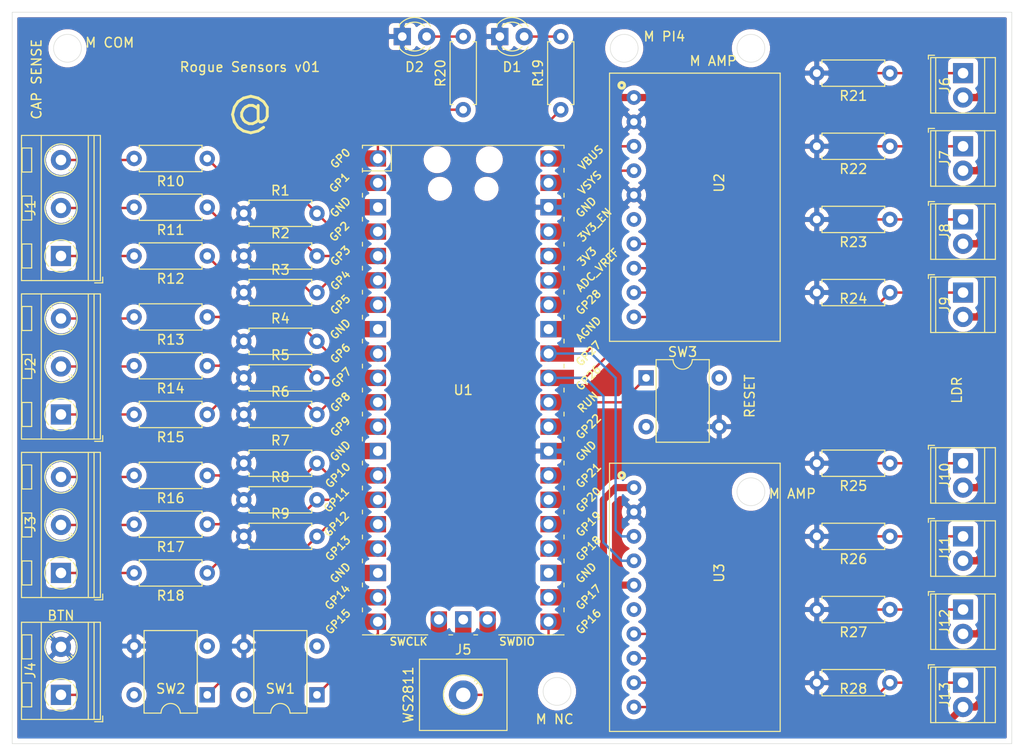
<source format=kicad_pcb>
(kicad_pcb (version 20171130) (host pcbnew 5.1.9+dfsg1-1)
  (title_block (title "Rogue Sensors") (date 2022-01-28) (rev v01) (comment 2 https://creativecommons.org/licenses/by-nc-sa/4.0/) (comment 3 "License: CC BY-NC-SA 4.0") (comment 4 "Author: Hanns Holger Rutz"))
  (layers (0 F.Cu signal) (31 B.Cu signal) (34 B.Paste user) (35 F.Paste user) (36 B.SilkS user) (37 F.SilkS user) (38 B.Mask user) (39 F.Mask user) (44 Edge.Cuts user))
  (net 0 "")
  (net 1 GND)
  (net 2 "Net-(D1-Pad2)")
  (net 3 "Net-(D2-Pad2)")
  (net 4 "Net-(J1-Pad3)")
  (net 5 "Net-(J1-Pad2)")
  (net 6 "Net-(J1-Pad1)")
  (net 7 "Net-(J2-Pad1)")
  (net 8 "Net-(J2-Pad2)")
  (net 9 "Net-(J2-Pad3)")
  (net 10 "Net-(J3-Pad1)")
  (net 11 "Net-(J3-Pad2)")
  (net 12 "Net-(J3-Pad3)")
  (net 13 "Net-(J4-Pad1)")
  (net 14 "Net-(J5-Pad1)")
  (net 15 "Net-(J6-Pad1)")
  (net 16 VCC)
  (net 17 "Net-(J7-Pad1)")
  (net 18 "Net-(J8-Pad1)")
  (net 19 "Net-(J9-Pad1)")
  (net 20 "Net-(J10-Pad1)")
  (net 21 "Net-(J11-Pad1)")
  (net 22 "Net-(J12-Pad1)")
  (net 23 "Net-(J13-Pad1)")
  (net 24 "Net-(R1-Pad2)")
  (net 25 "Net-(R11-Pad1)")
  (net 26 "Net-(R12-Pad1)")
  (net 27 "Net-(R13-Pad1)")
  (net 28 "Net-(R14-Pad1)")
  (net 29 "Net-(R15-Pad1)")
  (net 30 "Net-(R16-Pad1)")
  (net 31 "Net-(R17-Pad1)")
  (net 32 "Net-(R18-Pad1)")
  (net 33 "Net-(R19-Pad1)")
  (net 34 "Net-(R20-Pad1)")
  (net 35 "Net-(SW1-Pad4)")
  (net 36 "Net-(SW1-Pad2)")
  (net 37 "Net-(SW1-Pad1)")
  (net 38 "Net-(SW2-Pad1)")
  (net 39 "Net-(SW2-Pad2)")
  (net 40 "Net-(SW2-Pad4)")
  (net 41 "Net-(SW3-Pad4)")
  (net 42 "Net-(SW3-Pad2)")
  (net 43 "Net-(SW3-Pad1)")
  (net 44 "Net-(U1-Pad3)")
  (net 45 "Net-(U1-Pad7)")
  (net 46 "Net-(U1-Pad8)")
  (net 47 "Net-(U1-Pad12)")
  (net 48 "Net-(U1-Pad13)")
  (net 49 "Net-(U1-Pad18)")
  (net 50 "Net-(U1-Pad22)")
  (net 51 "Net-(U1-Pad23)")
  (net 52 "Net-(U1-Pad24)")
  (net 53 "Net-(U1-Pad25)")
  (net 54 "Net-(U1-Pad26)")
  (net 55 "Net-(U1-Pad27)")
  (net 56 "Net-(U1-Pad29)")
  (net 57 "Net-(U1-Pad31)")
  (net 58 "Net-(U1-Pad32)")
  (net 59 "Net-(U1-Pad33)")
  (net 60 "Net-(U1-Pad34)")
  (net 61 "Net-(U1-Pad35)")
  (net 62 "Net-(U1-Pad37)")
  (net 63 "Net-(U1-Pad39)")
  (net 64 "Net-(U1-Pad40)")
  (net 65 "Net-(U1-Pad41)")
  (net 66 "Net-(U1-Pad42)")
  (net 67 "Net-(U1-Pad43)")
  (net 68 "Net-(U2-Pad6)")
  (net 69 "Net-(U3-Pad6)")
  (module Resistor_THT:R_Axial_DIN0207_L6.3mm_D2.5mm_P7.62mm_Horizontal (layer F.Cu) (at 106.68 69.85 180)
    (fp_text reference R26 (at 3.81 -2.37) (layer F.SilkS))
    (fp_text value 22k)
    (pad 1 thru_hole circle (at 0 0 180) (size 1.6 1.6) (drill 0.8) (layers *.Cu *.Mask) (net 21 "Net-(J11-Pad1)"))
    (pad 2 thru_hole oval (at 7.62 0 180) (size 1.6 1.6) (drill 0.8) (layers *.Cu *.Mask) (net 1 GND))
  )
  (module MCU_RaspberryPi_and_Boards:RPi_Pico_SMD_TH (layer F.Cu) (at 62.23 54.61)
    (fp_text reference U1 (at 0 0) (layer F.SilkS))
    (fp_text value Pico)
    (fp_text user GP1 (at -12.9 -21.6 45) (layer F.SilkS) (effects (font (size 0.8 0.8))))
    (fp_text user GP2 (at -12.9 -16.51 45) (layer F.SilkS) (effects (font (size 0.8 0.8))))
    (fp_text user GP0 (at -12.8 -24.13 45) (layer F.SilkS) (effects (font (size 0.8 0.8))))
    (fp_text user GP3 (at -12.8 -13.97 45) (layer F.SilkS) (effects (font (size 0.8 0.8))))
    (fp_text user GP4 (at -12.8 -11.43 45) (layer F.SilkS) (effects (font (size 0.8 0.8))))
    (fp_text user GP5 (at -12.8 -8.89 45) (layer F.SilkS) (effects (font (size 0.8 0.8))))
    (fp_text user GP6 (at -12.8 -3.81 45) (layer F.SilkS) (effects (font (size 0.8 0.8))))
    (fp_text user GP7 (at -12.7 -1.3 45) (layer F.SilkS) (effects (font (size 0.8 0.8))))
    (fp_text user GP8 (at -12.8 1.27 45) (layer F.SilkS) (effects (font (size 0.8 0.8))))
    (fp_text user GP9 (at -12.8 3.81 45) (layer F.SilkS) (effects (font (size 0.8 0.8))))
    (fp_text user GP10 (at -13.054 8.89 45) (layer F.SilkS) (effects (font (size 0.8 0.8))))
    (fp_text user GP11 (at -13.2 11.43 45) (layer F.SilkS) (effects (font (size 0.8 0.8))))
    (fp_text user GP12 (at -13.2 13.97 45) (layer F.SilkS) (effects (font (size 0.8 0.8))))
    (fp_text user GP13 (at -13.054 16.51 45) (layer F.SilkS) (effects (font (size 0.8 0.8))))
    (fp_text user GP14 (at -13.1 21.59 45) (layer F.SilkS) (effects (font (size 0.8 0.8))))
    (fp_text user GP15 (at -13.054 24.13 45) (layer F.SilkS) (effects (font (size 0.8 0.8))))
    (fp_text user GP16 (at 13.054 24.13 45) (layer F.SilkS) (effects (font (size 0.8 0.8))))
    (fp_text user GP17 (at 13.054 21.59 45) (layer F.SilkS) (effects (font (size 0.8 0.8))))
    (fp_text user GP18 (at 13.054 16.51 45) (layer F.SilkS) (effects (font (size 0.8 0.8))))
    (fp_text user GP19 (at 13.054 13.97 45) (layer F.SilkS) (effects (font (size 0.8 0.8))))
    (fp_text user GP20 (at 13.054 11.43 45) (layer F.SilkS) (effects (font (size 0.8 0.8))))
    (fp_text user GP21 (at 13.054 8.9 45) (layer F.SilkS) (effects (font (size 0.8 0.8))))
    (fp_text user GP22 (at 13.054 3.81 45) (layer F.SilkS) (effects (font (size 0.8 0.8))))
    (fp_text user RUN (at 13 1.27 45) (layer F.SilkS) (effects (font (size 0.8 0.8))))
    (fp_text user GP26 (at 13.054 -1.27 45) (layer F.SilkS) (effects (font (size 0.8 0.8))))
    (fp_text user GP27 (at 13.054 -3.8 45) (layer F.SilkS) (effects (font (size 0.8 0.8))))
    (fp_text user GP28 (at 13.054 -9.144 45) (layer F.SilkS) (effects (font (size 0.8 0.8))))
    (fp_text user ADC_VREF (at 14 -12.5 45) (layer F.SilkS) (effects (font (size 0.8 0.8))))
    (fp_text user 3V3 (at 12.9 -13.9 45) (layer F.SilkS) (effects (font (size 0.8 0.8))))
    (fp_text user 3V3_EN (at 13.7 -17.2 45) (layer F.SilkS) (effects (font (size 0.8 0.8))))
    (fp_text user VSYS (at 13.2 -21.59 45) (layer F.SilkS) (effects (font (size 0.8 0.8))))
    (fp_text user VBUS (at 13.3 -24.2 45) (layer F.SilkS) (effects (font (size 0.8 0.8))))
    (fp_text user GND (at -12.8 -19.05 45) (layer F.SilkS) (effects (font (size 0.8 0.8))))
    (fp_text user GND (at -12.8 -6.35 45) (layer F.SilkS) (effects (font (size 0.8 0.8))))
    (fp_text user GND (at -12.8 6.35 45) (layer F.SilkS) (effects (font (size 0.8 0.8))))
    (fp_text user GND (at -12.8 19.05 45) (layer F.SilkS) (effects (font (size 0.8 0.8))))
    (fp_text user GND (at 12.8 19.05 45) (layer F.SilkS) (effects (font (size 0.8 0.8))))
    (fp_text user GND (at 12.8 6.35 45) (layer F.SilkS) (effects (font (size 0.8 0.8))))
    (fp_text user GND (at 12.8 -19.05 45) (layer F.SilkS) (effects (font (size 0.8 0.8))))
    (fp_text user AGND (at 13.054 -6.35 45) (layer F.SilkS) (effects (font (size 0.8 0.8))))
    (fp_text user SWCLK (at -5.7 26.2) (layer F.SilkS) (effects (font (size 0.8 0.8))))
    (fp_text user SWDIO (at 5.6 26.2) (layer F.SilkS) (effects (font (size 0.8 0.8))))
    (pad 1 thru_hole oval (at -8.89 -24.13) (size 1.7 1.7) (drill 1.02) (layers *.Cu *.Mask) (net 33 "Net-(R19-Pad1)"))
    (pad 2 thru_hole oval (at -8.89 -21.59) (size 1.7 1.7) (drill 1.02) (layers *.Cu *.Mask) (net 34 "Net-(R20-Pad1)"))
    (pad 3 thru_hole rect (at -8.89 -19.05) (size 1.7 1.7) (drill 1.02) (layers *.Cu *.Mask) (net 44 "Net-(U1-Pad3)"))
    (pad 4 thru_hole oval (at -8.89 -16.51) (size 1.7 1.7) (drill 1.02) (layers *.Cu *.Mask) (net 24 "Net-(R1-Pad2)"))
    (pad 5 thru_hole oval (at -8.89 -13.97) (size 1.7 1.7) (drill 1.02) (layers *.Cu *.Mask) (net 25 "Net-(R11-Pad1)"))
    (pad 6 thru_hole oval (at -8.89 -11.43) (size 1.7 1.7) (drill 1.02) (layers *.Cu *.Mask) (net 26 "Net-(R12-Pad1)"))
    (pad 7 thru_hole oval (at -8.89 -8.89) (size 1.7 1.7) (drill 1.02) (layers *.Cu *.Mask) (net 45 "Net-(U1-Pad7)"))
    (pad 8 thru_hole rect (at -8.89 -6.35) (size 1.7 1.7) (drill 1.02) (layers *.Cu *.Mask) (net 46 "Net-(U1-Pad8)"))
    (pad 9 thru_hole oval (at -8.89 -3.81) (size 1.7 1.7) (drill 1.02) (layers *.Cu *.Mask) (net 27 "Net-(R13-Pad1)"))
    (pad 10 thru_hole oval (at -8.89 -1.27) (size 1.7 1.7) (drill 1.02) (layers *.Cu *.Mask) (net 28 "Net-(R14-Pad1)"))
    (pad 11 thru_hole oval (at -8.89 1.27) (size 1.7 1.7) (drill 1.02) (layers *.Cu *.Mask) (net 29 "Net-(R15-Pad1)"))
    (pad 12 thru_hole oval (at -8.89 3.81) (size 1.7 1.7) (drill 1.02) (layers *.Cu *.Mask) (net 47 "Net-(U1-Pad12)"))
    (pad 13 thru_hole rect (at -8.89 6.35) (size 1.7 1.7) (drill 1.02) (layers *.Cu *.Mask) (net 48 "Net-(U1-Pad13)"))
    (pad 14 thru_hole oval (at -8.89 8.89) (size 1.7 1.7) (drill 1.02) (layers *.Cu *.Mask) (net 30 "Net-(R16-Pad1)"))
    (pad 15 thru_hole oval (at -8.89 11.43) (size 1.7 1.7) (drill 1.02) (layers *.Cu *.Mask) (net 31 "Net-(R17-Pad1)"))
    (pad 16 thru_hole oval (at -8.89 13.97) (size 1.7 1.7) (drill 1.02) (layers *.Cu *.Mask) (net 32 "Net-(R18-Pad1)"))
    (pad 17 thru_hole oval (at -8.89 16.51) (size 1.7 1.7) (drill 1.02) (layers *.Cu *.Mask) (net 13 "Net-(J4-Pad1)"))
    (pad 18 thru_hole rect (at -8.89 19.05) (size 1.7 1.7) (drill 1.02) (layers *.Cu *.Mask) (net 49 "Net-(U1-Pad18)"))
    (pad 19 thru_hole oval (at -8.89 21.59) (size 1.7 1.7) (drill 1.02) (layers *.Cu *.Mask) (net 38 "Net-(SW2-Pad1)"))
    (pad 20 thru_hole oval (at -8.89 24.13) (size 1.7 1.7) (drill 1.02) (layers *.Cu *.Mask) (net 37 "Net-(SW1-Pad1)"))
    (pad 21 thru_hole oval (at 8.89 24.13) (size 1.7 1.7) (drill 1.02) (layers *.Cu *.Mask) (net 14 "Net-(J5-Pad1)"))
    (pad 22 thru_hole oval (at 8.89 21.59) (size 1.7 1.7) (drill 1.02) (layers *.Cu *.Mask) (net 50 "Net-(U1-Pad22)"))
    (pad 23 thru_hole rect (at 8.89 19.05) (size 1.7 1.7) (drill 1.02) (layers *.Cu *.Mask) (net 51 "Net-(U1-Pad23)"))
    (pad 24 thru_hole oval (at 8.89 16.51) (size 1.7 1.7) (drill 1.02) (layers *.Cu *.Mask) (net 52 "Net-(U1-Pad24)"))
    (pad 25 thru_hole oval (at 8.89 13.97) (size 1.7 1.7) (drill 1.02) (layers *.Cu *.Mask) (net 53 "Net-(U1-Pad25)"))
    (pad 26 thru_hole oval (at 8.89 11.43) (size 1.7 1.7) (drill 1.02) (layers *.Cu *.Mask) (net 54 "Net-(U1-Pad26)"))
    (pad 27 thru_hole oval (at 8.89 8.89) (size 1.7 1.7) (drill 1.02) (layers *.Cu *.Mask) (net 55 "Net-(U1-Pad27)"))
    (pad 28 thru_hole rect (at 8.89 6.35) (size 1.7 1.7) (drill 1.02) (layers *.Cu *.Mask) (net 1 GND))
    (pad 29 thru_hole oval (at 8.89 3.81) (size 1.7 1.7) (drill 1.02) (layers *.Cu *.Mask) (net 56 "Net-(U1-Pad29)"))
    (pad 30 thru_hole oval (at 8.89 1.27) (size 1.7 1.7) (drill 1.02) (layers *.Cu *.Mask) (net 43 "Net-(SW3-Pad1)"))
    (pad 31 thru_hole oval (at 8.89 -1.27) (size 1.7 1.7) (drill 1.02) (layers *.Cu *.Mask) (net 57 "Net-(U1-Pad31)"))
    (pad 32 thru_hole oval (at 8.89 -3.81) (size 1.7 1.7) (drill 1.02) (layers *.Cu *.Mask) (net 58 "Net-(U1-Pad32)"))
    (pad 33 thru_hole rect (at 8.89 -6.35) (size 1.7 1.7) (drill 1.02) (layers *.Cu *.Mask) (net 59 "Net-(U1-Pad33)"))
    (pad 34 thru_hole oval (at 8.89 -8.89) (size 1.7 1.7) (drill 1.02) (layers *.Cu *.Mask) (net 60 "Net-(U1-Pad34)"))
    (pad 35 thru_hole oval (at 8.89 -11.43) (size 1.7 1.7) (drill 1.02) (layers *.Cu *.Mask) (net 61 "Net-(U1-Pad35)"))
    (pad 36 thru_hole oval (at 8.89 -13.97) (size 1.7 1.7) (drill 1.02) (layers *.Cu *.Mask) (net 16 VCC))
    (pad 37 thru_hole oval (at 8.89 -16.51) (size 1.7 1.7) (drill 1.02) (layers *.Cu *.Mask) (net 62 "Net-(U1-Pad37)"))
    (pad 38 thru_hole rect (at 8.89 -19.05) (size 1.7 1.7) (drill 1.02) (layers *.Cu *.Mask) (net 1 GND))
    (pad 39 thru_hole oval (at 8.89 -21.59) (size 1.7 1.7) (drill 1.02) (layers *.Cu *.Mask) (net 63 "Net-(U1-Pad39)"))
    (pad 40 thru_hole oval (at 8.89 -24.13) (size 1.7 1.7) (drill 1.02) (layers *.Cu *.Mask) (net 64 "Net-(U1-Pad40)"))
    (pad 1 smd rect (at -8.89 -24.13) (size 3.5 1.7) (drill (offset -0.9 0)) (layers F.Cu F.Mask) (net 33 "Net-(R19-Pad1)"))
    (pad 2 smd rect (at -8.89 -21.59) (size 3.5 1.7) (drill (offset -0.9 0)) (layers F.Cu F.Mask) (net 34 "Net-(R20-Pad1)"))
    (pad 3 smd rect (at -8.89 -19.05) (size 3.5 1.7) (drill (offset -0.9 0)) (layers F.Cu F.Mask) (net 44 "Net-(U1-Pad3)"))
    (pad 4 smd rect (at -8.89 -16.51) (size 3.5 1.7) (drill (offset -0.9 0)) (layers F.Cu F.Mask) (net 24 "Net-(R1-Pad2)"))
    (pad 5 smd rect (at -8.89 -13.97) (size 3.5 1.7) (drill (offset -0.9 0)) (layers F.Cu F.Mask) (net 25 "Net-(R11-Pad1)"))
    (pad 6 smd rect (at -8.89 -11.43) (size 3.5 1.7) (drill (offset -0.9 0)) (layers F.Cu F.Mask) (net 26 "Net-(R12-Pad1)"))
    (pad 7 smd rect (at -8.89 -8.89) (size 3.5 1.7) (drill (offset -0.9 0)) (layers F.Cu F.Mask) (net 45 "Net-(U1-Pad7)"))
    (pad 8 smd rect (at -8.89 -6.35) (size 3.5 1.7) (drill (offset -0.9 0)) (layers F.Cu F.Mask) (net 46 "Net-(U1-Pad8)"))
    (pad 9 smd rect (at -8.89 -3.81) (size 3.5 1.7) (drill (offset -0.9 0)) (layers F.Cu F.Mask) (net 27 "Net-(R13-Pad1)"))
    (pad 10 smd rect (at -8.89 -1.27) (size 3.5 1.7) (drill (offset -0.9 0)) (layers F.Cu F.Mask) (net 28 "Net-(R14-Pad1)"))
    (pad 11 smd rect (at -8.89 1.27) (size 3.5 1.7) (drill (offset -0.9 0)) (layers F.Cu F.Mask) (net 29 "Net-(R15-Pad1)"))
    (pad 12 smd rect (at -8.89 3.81) (size 3.5 1.7) (drill (offset -0.9 0)) (layers F.Cu F.Mask) (net 47 "Net-(U1-Pad12)"))
    (pad 13 smd rect (at -8.89 6.35) (size 3.5 1.7) (drill (offset -0.9 0)) (layers F.Cu F.Mask) (net 48 "Net-(U1-Pad13)"))
    (pad 14 smd rect (at -8.89 8.89) (size 3.5 1.7) (drill (offset -0.9 0)) (layers F.Cu F.Mask) (net 30 "Net-(R16-Pad1)"))
    (pad 15 smd rect (at -8.89 11.43) (size 3.5 1.7) (drill (offset -0.9 0)) (layers F.Cu F.Mask) (net 31 "Net-(R17-Pad1)"))
    (pad 16 smd rect (at -8.89 13.97) (size 3.5 1.7) (drill (offset -0.9 0)) (layers F.Cu F.Mask) (net 32 "Net-(R18-Pad1)"))
    (pad 17 smd rect (at -8.89 16.51) (size 3.5 1.7) (drill (offset -0.9 0)) (layers F.Cu F.Mask) (net 13 "Net-(J4-Pad1)"))
    (pad 18 smd rect (at -8.89 19.05) (size 3.5 1.7) (drill (offset -0.9 0)) (layers F.Cu F.Mask) (net 49 "Net-(U1-Pad18)"))
    (pad 19 smd rect (at -8.89 21.59) (size 3.5 1.7) (drill (offset -0.9 0)) (layers F.Cu F.Mask) (net 38 "Net-(SW2-Pad1)"))
    (pad 20 smd rect (at -8.89 24.13) (size 3.5 1.7) (drill (offset -0.9 0)) (layers F.Cu F.Mask) (net 37 "Net-(SW1-Pad1)"))
    (pad 40 smd rect (at 8.89 -24.13) (size 3.5 1.7) (drill (offset 0.9 0)) (layers F.Cu F.Mask) (net 64 "Net-(U1-Pad40)"))
    (pad 39 smd rect (at 8.89 -21.59) (size 3.5 1.7) (drill (offset 0.9 0)) (layers F.Cu F.Mask) (net 63 "Net-(U1-Pad39)"))
    (pad 38 smd rect (at 8.89 -19.05) (size 3.5 1.7) (drill (offset 0.9 0)) (layers F.Cu F.Mask) (net 1 GND))
    (pad 37 smd rect (at 8.89 -16.51) (size 3.5 1.7) (drill (offset 0.9 0)) (layers F.Cu F.Mask) (net 62 "Net-(U1-Pad37)"))
    (pad 36 smd rect (at 8.89 -13.97) (size 3.5 1.7) (drill (offset 0.9 0)) (layers F.Cu F.Mask) (net 16 VCC))
    (pad 35 smd rect (at 8.89 -11.43) (size 3.5 1.7) (drill (offset 0.9 0)) (layers F.Cu F.Mask) (net 61 "Net-(U1-Pad35)"))
    (pad 34 smd rect (at 8.89 -8.89) (size 3.5 1.7) (drill (offset 0.9 0)) (layers F.Cu F.Mask) (net 60 "Net-(U1-Pad34)"))
    (pad 33 smd rect (at 8.89 -6.35) (size 3.5 1.7) (drill (offset 0.9 0)) (layers F.Cu F.Mask) (net 59 "Net-(U1-Pad33)"))
    (pad 32 smd rect (at 8.89 -3.81) (size 3.5 1.7) (drill (offset 0.9 0)) (layers F.Cu F.Mask) (net 58 "Net-(U1-Pad32)"))
    (pad 31 smd rect (at 8.89 -1.27) (size 3.5 1.7) (drill (offset 0.9 0)) (layers F.Cu F.Mask) (net 57 "Net-(U1-Pad31)"))
    (pad 30 smd rect (at 8.89 1.27) (size 3.5 1.7) (drill (offset 0.9 0)) (layers F.Cu F.Mask) (net 43 "Net-(SW3-Pad1)"))
    (pad 29 smd rect (at 8.89 3.81) (size 3.5 1.7) (drill (offset 0.9 0)) (layers F.Cu F.Mask) (net 56 "Net-(U1-Pad29)"))
    (pad 28 smd rect (at 8.89 6.35) (size 3.5 1.7) (drill (offset 0.9 0)) (layers F.Cu F.Mask) (net 1 GND))
    (pad 27 smd rect (at 8.89 8.89) (size 3.5 1.7) (drill (offset 0.9 0)) (layers F.Cu F.Mask) (net 55 "Net-(U1-Pad27)"))
    (pad 26 smd rect (at 8.89 11.43) (size 3.5 1.7) (drill (offset 0.9 0)) (layers F.Cu F.Mask) (net 54 "Net-(U1-Pad26)"))
    (pad 25 smd rect (at 8.89 13.97) (size 3.5 1.7) (drill (offset 0.9 0)) (layers F.Cu F.Mask) (net 53 "Net-(U1-Pad25)"))
    (pad 24 smd rect (at 8.89 16.51) (size 3.5 1.7) (drill (offset 0.9 0)) (layers F.Cu F.Mask) (net 52 "Net-(U1-Pad24)"))
    (pad 23 smd rect (at 8.89 19.05) (size 3.5 1.7) (drill (offset 0.9 0)) (layers F.Cu F.Mask) (net 51 "Net-(U1-Pad23)"))
    (pad 22 smd rect (at 8.89 21.59) (size 3.5 1.7) (drill (offset 0.9 0)) (layers F.Cu F.Mask) (net 50 "Net-(U1-Pad22)"))
    (pad 21 smd rect (at 8.89 24.13) (size 3.5 1.7) (drill (offset 0.9 0)) (layers F.Cu F.Mask) (net 14 "Net-(J5-Pad1)"))
    (pad "" np_thru_hole oval (at -2.725 -24) (size 1.8 1.8) (drill 1.8) (layers *.Cu *.Mask))
    (pad "" np_thru_hole oval (at 2.725 -24) (size 1.8 1.8) (drill 1.8) (layers *.Cu *.Mask))
    (pad "" np_thru_hole oval (at -2.425 -20.97) (size 1.5 1.5) (drill 1.5) (layers *.Cu *.Mask))
    (pad "" np_thru_hole oval (at 2.425 -20.97) (size 1.5 1.5) (drill 1.5) (layers *.Cu *.Mask))
    (pad 41 smd rect (at -2.54 23.9 90) (size 3.5 1.7) (drill (offset -0.9 0)) (layers F.Cu F.Mask) (net 65 "Net-(U1-Pad41)"))
    (pad 41 thru_hole oval (at -2.54 23.9) (size 1.7 1.7) (drill 1.02) (layers *.Cu *.Mask) (net 65 "Net-(U1-Pad41)"))
    (pad 42 smd rect (at 0 23.9 90) (size 3.5 1.7) (drill (offset -0.9 0)) (layers F.Cu F.Mask) (net 66 "Net-(U1-Pad42)"))
    (pad 42 thru_hole rect (at 0 23.9) (size 1.7 1.7) (drill 1.02) (layers *.Cu *.Mask) (net 66 "Net-(U1-Pad42)"))
    (pad 43 smd rect (at 2.54 23.9 90) (size 3.5 1.7) (drill (offset -0.9 0)) (layers F.Cu F.Mask) (net 67 "Net-(U1-Pad43)"))
    (pad 43 thru_hole oval (at 2.54 23.9) (size 1.7 1.7) (drill 1.02) (layers *.Cu *.Mask) (net 67 "Net-(U1-Pad43)"))
  )
  (module TerminalBlock_MetzConnect:TerminalBlock_MetzConnect_360271_1x01_Horizontal_ScrewM3.0_Boxed (layer F.Cu) (at 62.23 86.36)
    (fp_text reference J5 (at 0 -4.71) (layer F.SilkS))
    (fp_text value Screw_Term_x01_WS2811)
    (pad 1 thru_hole circle (at 0 0) (size 3 3) (drill 1.5) (layers *.Cu *.Mask) (net 14 "Net-(J5-Pad1)"))
  )
  (module LED_THT:LED_D3.0mm (layer F.Cu) (at 66.04 17.78)
    (fp_text reference D1 (at 1.27 3.175) (layer F.SilkS))
    (fp_text value YEL)
    (pad 1 thru_hole rect (at 0 0) (size 1.8 1.8) (drill 0.9) (layers *.Cu *.Mask) (net 1 GND))
    (pad 2 thru_hole circle (at 2.54 0) (size 1.8 1.8) (drill 0.9) (layers *.Cu *.Mask) (net 2 "Net-(D1-Pad2)"))
  )
  (module LED_THT:LED_D3.0mm (layer F.Cu) (at 55.88 17.78)
    (fp_text reference D2 (at 1.27 3.175) (layer F.SilkS))
    (fp_text value RED)
    (pad 2 thru_hole circle (at 2.54 0) (size 1.8 1.8) (drill 0.9) (layers *.Cu *.Mask) (net 3 "Net-(D2-Pad2)"))
    (pad 1 thru_hole rect (at 0 0) (size 1.8 1.8) (drill 0.9) (layers *.Cu *.Mask) (net 1 GND))
  )
  (module TerminalBlock_RND:TerminalBlock_RND_205-00046_1x03_P5.00mm_Horizontal (layer F.Cu) (at 20.32 40.64 90)
    (fp_text reference J1 (at 5 -3.175 90) (layer F.SilkS))
    (fp_text value Screw_Term_x3)
    (pad 3 thru_hole circle (at 10 0 90) (size 2.1 2.1) (drill 1.1) (layers *.Cu *.Mask) (net 4 "Net-(J1-Pad3)"))
    (pad 2 thru_hole circle (at 5 0 90) (size 2.1 2.1) (drill 1.1) (layers *.Cu *.Mask) (net 5 "Net-(J1-Pad2)"))
    (pad 1 thru_hole rect (at 0 0 90) (size 2.1 2.1) (drill 1.1) (layers *.Cu *.Mask) (net 6 "Net-(J1-Pad1)"))
  )
  (module TerminalBlock_RND:TerminalBlock_RND_205-00046_1x03_P5.00mm_Horizontal (layer F.Cu) (at 20.32 57.15 90)
    (fp_text reference J2 (at 5.08 -3.175 90) (layer F.SilkS))
    (fp_text value Screw_Term_x3)
    (pad 1 thru_hole rect (at 0 0 90) (size 2.1 2.1) (drill 1.1) (layers *.Cu *.Mask) (net 7 "Net-(J2-Pad1)"))
    (pad 2 thru_hole circle (at 5 0 90) (size 2.1 2.1) (drill 1.1) (layers *.Cu *.Mask) (net 8 "Net-(J2-Pad2)"))
    (pad 3 thru_hole circle (at 10 0 90) (size 2.1 2.1) (drill 1.1) (layers *.Cu *.Mask) (net 9 "Net-(J2-Pad3)"))
  )
  (module TerminalBlock_RND:TerminalBlock_RND_205-00046_1x03_P5.00mm_Horizontal (layer F.Cu) (at 20.32 73.66 90)
    (fp_text reference J3 (at 5.08 -3.175 90) (layer F.SilkS))
    (fp_text value Screw_Term_x3)
    (pad 1 thru_hole rect (at 0 0 90) (size 2.1 2.1) (drill 1.1) (layers *.Cu *.Mask) (net 10 "Net-(J3-Pad1)"))
    (pad 2 thru_hole circle (at 5 0 90) (size 2.1 2.1) (drill 1.1) (layers *.Cu *.Mask) (net 11 "Net-(J3-Pad2)"))
    (pad 3 thru_hole circle (at 10 0 90) (size 2.1 2.1) (drill 1.1) (layers *.Cu *.Mask) (net 12 "Net-(J3-Pad3)"))
  )
  (module TerminalBlock_RND:TerminalBlock_RND_205-00045_1x02_P5.00mm_Horizontal (layer F.Cu) (at 20.32 86.36 90)
    (fp_text reference J4 (at 2.54 -3.175 90) (layer F.SilkS))
    (fp_text value Screw_Term_x2)
    (pad 1 thru_hole rect (at 0 0 90) (size 2.1 2.1) (drill 1.1) (layers *.Cu *.Mask) (net 13 "Net-(J4-Pad1)"))
    (pad 2 thru_hole circle (at 5 0 90) (size 2.1 2.1) (drill 1.1) (layers *.Cu *.Mask) (net 1 GND))
  )
  (module TerminalBlock_TE-Connectivity:TerminalBlock_TE_282834-2_1x02_P2.54mm_Horizontal (layer F.Cu) (at 114.3 21.59 270)
    (fp_text reference J6 (at 1.27 1.905 90) (layer F.SilkS))
    (fp_text value Screw_Term_x2_A3)
    (pad 1 thru_hole rect (at 0 0 270) (size 2.1 2.1) (drill 1.1) (layers *.Cu *.Mask) (net 15 "Net-(J6-Pad1)"))
    (pad 2 thru_hole circle (at 2.54 0 270) (size 2.1 2.1) (drill 1.1) (layers *.Cu *.Mask) (net 16 VCC))
  )
  (module TerminalBlock_TE-Connectivity:TerminalBlock_TE_282834-2_1x02_P2.54mm_Horizontal (layer F.Cu) (at 114.3 29.21 270)
    (fp_text reference J7 (at 1.27 1.905 90) (layer F.SilkS))
    (fp_text value Screw_Term_x2_A2)
    (pad 2 thru_hole circle (at 2.54 0 270) (size 2.1 2.1) (drill 1.1) (layers *.Cu *.Mask) (net 16 VCC))
    (pad 1 thru_hole rect (at 0 0 270) (size 2.1 2.1) (drill 1.1) (layers *.Cu *.Mask) (net 17 "Net-(J7-Pad1)"))
  )
  (module TerminalBlock_TE-Connectivity:TerminalBlock_TE_282834-2_1x02_P2.54mm_Horizontal (layer F.Cu) (at 114.3 36.83 270)
    (fp_text reference J8 (at 1.27 1.905 90) (layer F.SilkS))
    (fp_text value Screw_Term_x2_A1)
    (pad 1 thru_hole rect (at 0 0 270) (size 2.1 2.1) (drill 1.1) (layers *.Cu *.Mask) (net 18 "Net-(J8-Pad1)"))
    (pad 2 thru_hole circle (at 2.54 0 270) (size 2.1 2.1) (drill 1.1) (layers *.Cu *.Mask) (net 16 VCC))
  )
  (module TerminalBlock_TE-Connectivity:TerminalBlock_TE_282834-2_1x02_P2.54mm_Horizontal (layer F.Cu) (at 114.3 44.45 270)
    (fp_text reference J9 (at 1.27 1.905 90) (layer F.SilkS))
    (fp_text value Screw_Term_x2_A0)
    (pad 2 thru_hole circle (at 2.54 0 270) (size 2.1 2.1) (drill 1.1) (layers *.Cu *.Mask) (net 16 VCC))
    (pad 1 thru_hole rect (at 0 0 270) (size 2.1 2.1) (drill 1.1) (layers *.Cu *.Mask) (net 19 "Net-(J9-Pad1)"))
  )
  (module TerminalBlock_TE-Connectivity:TerminalBlock_TE_282834-2_1x02_P2.54mm_Horizontal (layer F.Cu) (at 114.3 62.23 270)
    (fp_text reference J10 (at 1.27 1.905 90) (layer F.SilkS))
    (fp_text value Screw_Term_x2_B3)
    (pad 1 thru_hole rect (at 0 0 270) (size 2.1 2.1) (drill 1.1) (layers *.Cu *.Mask) (net 20 "Net-(J10-Pad1)"))
    (pad 2 thru_hole circle (at 2.54 0 270) (size 2.1 2.1) (drill 1.1) (layers *.Cu *.Mask) (net 16 VCC))
  )
  (module TerminalBlock_TE-Connectivity:TerminalBlock_TE_282834-2_1x02_P2.54mm_Horizontal (layer F.Cu) (at 114.3 69.85 270)
    (fp_text reference J11 (at 1.27 1.905 90) (layer F.SilkS))
    (fp_text value Screw_Term_x2_B2)
    (pad 2 thru_hole circle (at 2.54 0 270) (size 2.1 2.1) (drill 1.1) (layers *.Cu *.Mask) (net 16 VCC))
    (pad 1 thru_hole rect (at 0 0 270) (size 2.1 2.1) (drill 1.1) (layers *.Cu *.Mask) (net 21 "Net-(J11-Pad1)"))
  )
  (module TerminalBlock_TE-Connectivity:TerminalBlock_TE_282834-2_1x02_P2.54mm_Horizontal (layer F.Cu) (at 114.3 77.47 270)
    (fp_text reference J12 (at 1.27 1.905 90) (layer F.SilkS))
    (fp_text value Screw_Term_x2_B1)
    (pad 1 thru_hole rect (at 0 0 270) (size 2.1 2.1) (drill 1.1) (layers *.Cu *.Mask) (net 22 "Net-(J12-Pad1)"))
    (pad 2 thru_hole circle (at 2.54 0 270) (size 2.1 2.1) (drill 1.1) (layers *.Cu *.Mask) (net 16 VCC))
  )
  (module TerminalBlock_TE-Connectivity:TerminalBlock_TE_282834-2_1x02_P2.54mm_Horizontal (layer F.Cu) (at 114.3 85.09 270)
    (fp_text reference J13 (at 1.27 1.905 90) (layer F.SilkS))
    (fp_text value Screw_Term_x2_B0)
    (pad 2 thru_hole circle (at 2.54 0 270) (size 2.1 2.1) (drill 1.1) (layers *.Cu *.Mask) (net 16 VCC))
    (pad 1 thru_hole rect (at 0 0 270) (size 2.1 2.1) (drill 1.1) (layers *.Cu *.Mask) (net 23 "Net-(J13-Pad1)"))
  )
  (module Resistor_THT:R_Axial_DIN0207_L6.3mm_D2.5mm_P7.62mm_Horizontal (layer F.Cu) (at 39.37 36.195)
    (fp_text reference R1 (at 3.81 -2.37) (layer F.SilkS))
    (fp_text value 2.2M)
    (pad 2 thru_hole oval (at 7.62 0) (size 1.6 1.6) (drill 0.8) (layers *.Cu *.Mask) (net 24 "Net-(R1-Pad2)"))
    (pad 1 thru_hole circle (at 0 0) (size 1.6 1.6) (drill 0.8) (layers *.Cu *.Mask) (net 1 GND))
  )
  (module Resistor_THT:R_Axial_DIN0207_L6.3mm_D2.5mm_P7.62mm_Horizontal (layer F.Cu) (at 39.37 40.64)
    (fp_text reference R2 (at 3.81 -2.37) (layer F.SilkS))
    (fp_text value 2.2M)
    (pad 1 thru_hole circle (at 0 0) (size 1.6 1.6) (drill 0.8) (layers *.Cu *.Mask) (net 1 GND))
    (pad 2 thru_hole oval (at 7.62 0) (size 1.6 1.6) (drill 0.8) (layers *.Cu *.Mask) (net 25 "Net-(R11-Pad1)"))
  )
  (module Resistor_THT:R_Axial_DIN0207_L6.3mm_D2.5mm_P7.62mm_Horizontal (layer F.Cu) (at 39.37 44.45)
    (fp_text reference R3 (at 3.81 -2.37) (layer F.SilkS))
    (fp_text value 2.2M)
    (pad 2 thru_hole oval (at 7.62 0) (size 1.6 1.6) (drill 0.8) (layers *.Cu *.Mask) (net 26 "Net-(R12-Pad1)"))
    (pad 1 thru_hole circle (at 0 0) (size 1.6 1.6) (drill 0.8) (layers *.Cu *.Mask) (net 1 GND))
  )
  (module Resistor_THT:R_Axial_DIN0207_L6.3mm_D2.5mm_P7.62mm_Horizontal (layer F.Cu) (at 39.37 49.53)
    (fp_text reference R4 (at 3.81 -2.37) (layer F.SilkS))
    (fp_text value 2.2M)
    (pad 1 thru_hole circle (at 0 0) (size 1.6 1.6) (drill 0.8) (layers *.Cu *.Mask) (net 1 GND))
    (pad 2 thru_hole oval (at 7.62 0) (size 1.6 1.6) (drill 0.8) (layers *.Cu *.Mask) (net 27 "Net-(R13-Pad1)"))
  )
  (module Resistor_THT:R_Axial_DIN0207_L6.3mm_D2.5mm_P7.62mm_Horizontal (layer F.Cu) (at 39.37 53.34)
    (fp_text reference R5 (at 3.81 -2.37) (layer F.SilkS))
    (fp_text value 2.2M)
    (pad 2 thru_hole oval (at 7.62 0) (size 1.6 1.6) (drill 0.8) (layers *.Cu *.Mask) (net 28 "Net-(R14-Pad1)"))
    (pad 1 thru_hole circle (at 0 0) (size 1.6 1.6) (drill 0.8) (layers *.Cu *.Mask) (net 1 GND))
  )
  (module Resistor_THT:R_Axial_DIN0207_L6.3mm_D2.5mm_P7.62mm_Horizontal (layer F.Cu) (at 39.37 57.15)
    (fp_text reference R6 (at 3.81 -2.37) (layer F.SilkS))
    (fp_text value 2.2M)
    (pad 1 thru_hole circle (at 0 0) (size 1.6 1.6) (drill 0.8) (layers *.Cu *.Mask) (net 1 GND))
    (pad 2 thru_hole oval (at 7.62 0) (size 1.6 1.6) (drill 0.8) (layers *.Cu *.Mask) (net 29 "Net-(R15-Pad1)"))
  )
  (module Resistor_THT:R_Axial_DIN0207_L6.3mm_D2.5mm_P7.62mm_Horizontal (layer F.Cu) (at 39.37 62.23)
    (fp_text reference R7 (at 3.81 -2.37) (layer F.SilkS))
    (fp_text value 2.2M)
    (pad 2 thru_hole oval (at 7.62 0) (size 1.6 1.6) (drill 0.8) (layers *.Cu *.Mask) (net 30 "Net-(R16-Pad1)"))
    (pad 1 thru_hole circle (at 0 0) (size 1.6 1.6) (drill 0.8) (layers *.Cu *.Mask) (net 1 GND))
  )
  (module Resistor_THT:R_Axial_DIN0207_L6.3mm_D2.5mm_P7.62mm_Horizontal (layer F.Cu) (at 39.37 66.04)
    (fp_text reference R8 (at 3.81 -2.37) (layer F.SilkS))
    (fp_text value 2.2M)
    (pad 1 thru_hole circle (at 0 0) (size 1.6 1.6) (drill 0.8) (layers *.Cu *.Mask) (net 1 GND))
    (pad 2 thru_hole oval (at 7.62 0) (size 1.6 1.6) (drill 0.8) (layers *.Cu *.Mask) (net 31 "Net-(R17-Pad1)"))
  )
  (module Resistor_THT:R_Axial_DIN0207_L6.3mm_D2.5mm_P7.62mm_Horizontal (layer F.Cu) (at 39.37 69.85)
    (fp_text reference R9 (at 3.81 -2.37) (layer F.SilkS))
    (fp_text value 2.2M)
    (pad 2 thru_hole oval (at 7.62 0) (size 1.6 1.6) (drill 0.8) (layers *.Cu *.Mask) (net 32 "Net-(R18-Pad1)"))
    (pad 1 thru_hole circle (at 0 0) (size 1.6 1.6) (drill 0.8) (layers *.Cu *.Mask) (net 1 GND))
  )
  (module Resistor_THT:R_Axial_DIN0207_L6.3mm_D2.5mm_P7.62mm_Horizontal (layer F.Cu) (at 35.56 30.48 180)
    (fp_text reference R10 (at 3.81 -2.37) (layer F.SilkS))
    (fp_text value 220)
    (pad 2 thru_hole oval (at 7.62 0 180) (size 1.6 1.6) (drill 0.8) (layers *.Cu *.Mask) (net 4 "Net-(J1-Pad3)"))
    (pad 1 thru_hole circle (at 0 0 180) (size 1.6 1.6) (drill 0.8) (layers *.Cu *.Mask) (net 24 "Net-(R1-Pad2)"))
  )
  (module Resistor_THT:R_Axial_DIN0207_L6.3mm_D2.5mm_P7.62mm_Horizontal (layer F.Cu) (at 35.56 35.56 180)
    (fp_text reference R11 (at 3.81 -2.37) (layer F.SilkS))
    (fp_text value 220)
    (pad 1 thru_hole circle (at 0 0 180) (size 1.6 1.6) (drill 0.8) (layers *.Cu *.Mask) (net 25 "Net-(R11-Pad1)"))
    (pad 2 thru_hole oval (at 7.62 0 180) (size 1.6 1.6) (drill 0.8) (layers *.Cu *.Mask) (net 5 "Net-(J1-Pad2)"))
  )
  (module Resistor_THT:R_Axial_DIN0207_L6.3mm_D2.5mm_P7.62mm_Horizontal (layer F.Cu) (at 35.56 40.64 180)
    (fp_text reference R12 (at 3.81 -2.37) (layer F.SilkS))
    (fp_text value 220)
    (pad 1 thru_hole circle (at 0 0 180) (size 1.6 1.6) (drill 0.8) (layers *.Cu *.Mask) (net 26 "Net-(R12-Pad1)"))
    (pad 2 thru_hole oval (at 7.62 0 180) (size 1.6 1.6) (drill 0.8) (layers *.Cu *.Mask) (net 6 "Net-(J1-Pad1)"))
  )
  (module Resistor_THT:R_Axial_DIN0207_L6.3mm_D2.5mm_P7.62mm_Horizontal (layer F.Cu) (at 35.56 46.99 180)
    (fp_text reference R13 (at 3.81 -2.37) (layer F.SilkS))
    (fp_text value 220)
    (pad 2 thru_hole oval (at 7.62 0 180) (size 1.6 1.6) (drill 0.8) (layers *.Cu *.Mask) (net 9 "Net-(J2-Pad3)"))
    (pad 1 thru_hole circle (at 0 0 180) (size 1.6 1.6) (drill 0.8) (layers *.Cu *.Mask) (net 27 "Net-(R13-Pad1)"))
  )
  (module Resistor_THT:R_Axial_DIN0207_L6.3mm_D2.5mm_P7.62mm_Horizontal (layer F.Cu) (at 35.56 52.07 180)
    (fp_text reference R14 (at 3.81 -2.37) (layer F.SilkS))
    (fp_text value 220)
    (pad 1 thru_hole circle (at 0 0 180) (size 1.6 1.6) (drill 0.8) (layers *.Cu *.Mask) (net 28 "Net-(R14-Pad1)"))
    (pad 2 thru_hole oval (at 7.62 0 180) (size 1.6 1.6) (drill 0.8) (layers *.Cu *.Mask) (net 8 "Net-(J2-Pad2)"))
  )
  (module Resistor_THT:R_Axial_DIN0207_L6.3mm_D2.5mm_P7.62mm_Horizontal (layer F.Cu) (at 35.56 57.15 180)
    (fp_text reference R15 (at 3.81 -2.37) (layer F.SilkS))
    (fp_text value 220)
    (pad 1 thru_hole circle (at 0 0 180) (size 1.6 1.6) (drill 0.8) (layers *.Cu *.Mask) (net 29 "Net-(R15-Pad1)"))
    (pad 2 thru_hole oval (at 7.62 0 180) (size 1.6 1.6) (drill 0.8) (layers *.Cu *.Mask) (net 7 "Net-(J2-Pad1)"))
  )
  (module Resistor_THT:R_Axial_DIN0207_L6.3mm_D2.5mm_P7.62mm_Horizontal (layer F.Cu) (at 35.56 63.5 180)
    (fp_text reference R16 (at 3.81 -2.37) (layer F.SilkS))
    (fp_text value 220)
    (pad 2 thru_hole oval (at 7.62 0 180) (size 1.6 1.6) (drill 0.8) (layers *.Cu *.Mask) (net 12 "Net-(J3-Pad3)"))
    (pad 1 thru_hole circle (at 0 0 180) (size 1.6 1.6) (drill 0.8) (layers *.Cu *.Mask) (net 30 "Net-(R16-Pad1)"))
  )
  (module Resistor_THT:R_Axial_DIN0207_L6.3mm_D2.5mm_P7.62mm_Horizontal (layer F.Cu) (at 35.56 68.58 180)
    (fp_text reference R17 (at 3.81 -2.37) (layer F.SilkS))
    (fp_text value 220)
    (pad 1 thru_hole circle (at 0 0 180) (size 1.6 1.6) (drill 0.8) (layers *.Cu *.Mask) (net 31 "Net-(R17-Pad1)"))
    (pad 2 thru_hole oval (at 7.62 0 180) (size 1.6 1.6) (drill 0.8) (layers *.Cu *.Mask) (net 11 "Net-(J3-Pad2)"))
  )
  (module Resistor_THT:R_Axial_DIN0207_L6.3mm_D2.5mm_P7.62mm_Horizontal (layer F.Cu) (at 35.56 73.66 180)
    (fp_text reference R18 (at 3.81 -2.37) (layer F.SilkS))
    (fp_text value 220)
    (pad 2 thru_hole oval (at 7.62 0 180) (size 1.6 1.6) (drill 0.8) (layers *.Cu *.Mask) (net 10 "Net-(J3-Pad1)"))
    (pad 1 thru_hole circle (at 0 0 180) (size 1.6 1.6) (drill 0.8) (layers *.Cu *.Mask) (net 32 "Net-(R18-Pad1)"))
  )
  (module Resistor_THT:R_Axial_DIN0207_L6.3mm_D2.5mm_P7.62mm_Horizontal (layer F.Cu) (at 72.39 25.4 90)
    (fp_text reference R19 (at 3.81 -2.37 90) (layer F.SilkS))
    (fp_text value 1k)
    (pad 2 thru_hole oval (at 7.62 0 90) (size 1.6 1.6) (drill 0.8) (layers *.Cu *.Mask) (net 2 "Net-(D1-Pad2)"))
    (pad 1 thru_hole circle (at 0 0 90) (size 1.6 1.6) (drill 0.8) (layers *.Cu *.Mask) (net 33 "Net-(R19-Pad1)"))
  )
  (module Resistor_THT:R_Axial_DIN0207_L6.3mm_D2.5mm_P7.62mm_Horizontal (layer F.Cu) (at 62.23 25.4 90)
    (fp_text reference R20 (at 3.81 -2.37 90) (layer F.SilkS))
    (fp_text value 1k)
    (pad 1 thru_hole circle (at 0 0 90) (size 1.6 1.6) (drill 0.8) (layers *.Cu *.Mask) (net 34 "Net-(R20-Pad1)"))
    (pad 2 thru_hole oval (at 7.62 0 90) (size 1.6 1.6) (drill 0.8) (layers *.Cu *.Mask) (net 3 "Net-(D2-Pad2)"))
  )
  (module Resistor_THT:R_Axial_DIN0207_L6.3mm_D2.5mm_P7.62mm_Horizontal (layer F.Cu) (at 106.68 21.59 180)
    (fp_text reference R21 (at 3.81 -2.37) (layer F.SilkS))
    (fp_text value 22k)
    (pad 2 thru_hole oval (at 7.62 0 180) (size 1.6 1.6) (drill 0.8) (layers *.Cu *.Mask) (net 1 GND))
    (pad 1 thru_hole circle (at 0 0 180) (size 1.6 1.6) (drill 0.8) (layers *.Cu *.Mask) (net 15 "Net-(J6-Pad1)"))
  )
  (module Resistor_THT:R_Axial_DIN0207_L6.3mm_D2.5mm_P7.62mm_Horizontal (layer F.Cu) (at 106.68 29.21 180)
    (fp_text reference R22 (at 3.81 -2.37) (layer F.SilkS))
    (fp_text value 22k)
    (pad 1 thru_hole circle (at 0 0 180) (size 1.6 1.6) (drill 0.8) (layers *.Cu *.Mask) (net 17 "Net-(J7-Pad1)"))
    (pad 2 thru_hole oval (at 7.62 0 180) (size 1.6 1.6) (drill 0.8) (layers *.Cu *.Mask) (net 1 GND))
  )
  (module Resistor_THT:R_Axial_DIN0207_L6.3mm_D2.5mm_P7.62mm_Horizontal (layer F.Cu) (at 106.68 36.83 180)
    (fp_text reference R23 (at 3.81 -2.37) (layer F.SilkS))
    (fp_text value 22k)
    (pad 2 thru_hole oval (at 7.62 0 180) (size 1.6 1.6) (drill 0.8) (layers *.Cu *.Mask) (net 1 GND))
    (pad 1 thru_hole circle (at 0 0 180) (size 1.6 1.6) (drill 0.8) (layers *.Cu *.Mask) (net 18 "Net-(J8-Pad1)"))
  )
  (module Resistor_THT:R_Axial_DIN0207_L6.3mm_D2.5mm_P7.62mm_Horizontal (layer F.Cu) (at 106.68 44.45 180)
    (fp_text reference R24 (at 3.81 -0.635) (layer F.SilkS))
    (fp_text value 22k)
    (pad 1 thru_hole circle (at 0 0 180) (size 1.6 1.6) (drill 0.8) (layers *.Cu *.Mask) (net 19 "Net-(J9-Pad1)"))
    (pad 2 thru_hole oval (at 7.62 0 180) (size 1.6 1.6) (drill 0.8) (layers *.Cu *.Mask) (net 1 GND))
  )
  (module Resistor_THT:R_Axial_DIN0207_L6.3mm_D2.5mm_P7.62mm_Horizontal (layer F.Cu) (at 106.68 62.23 180)
    (fp_text reference R25 (at 3.81 -2.37) (layer F.SilkS))
    (fp_text value 22k)
    (pad 2 thru_hole oval (at 7.62 0 180) (size 1.6 1.6) (drill 0.8) (layers *.Cu *.Mask) (net 1 GND))
    (pad 1 thru_hole circle (at 0 0 180) (size 1.6 1.6) (drill 0.8) (layers *.Cu *.Mask) (net 20 "Net-(J10-Pad1)"))
  )
  (module Resistor_THT:R_Axial_DIN0207_L6.3mm_D2.5mm_P7.62mm_Horizontal (layer F.Cu) (at 106.68 77.47 180)
    (fp_text reference R27 (at 3.81 -2.37) (layer F.SilkS))
    (fp_text value 22k)
    (pad 2 thru_hole oval (at 7.62 0 180) (size 1.6 1.6) (drill 0.8) (layers *.Cu *.Mask) (net 1 GND))
    (pad 1 thru_hole circle (at 0 0 180) (size 1.6 1.6) (drill 0.8) (layers *.Cu *.Mask) (net 22 "Net-(J12-Pad1)"))
  )
  (module Resistor_THT:R_Axial_DIN0207_L6.3mm_D2.5mm_P7.62mm_Horizontal (layer F.Cu) (at 106.68 85.09 180)
    (fp_text reference R28 (at 3.81 -0.635) (layer F.SilkS))
    (fp_text value 22k)
    (pad 1 thru_hole circle (at 0 0 180) (size 1.6 1.6) (drill 0.8) (layers *.Cu *.Mask) (net 23 "Net-(J13-Pad1)"))
    (pad 2 thru_hole oval (at 7.62 0 180) (size 1.6 1.6) (drill 0.8) (layers *.Cu *.Mask) (net 1 GND))
  )
  (module Diode_THT:Diode_Bridge_DIP-4_W7.62mm_P5.08mm (layer F.Cu) (at 46.99 86.36 180)
    (fp_text reference SW1 (at 3.81 0.635) (layer F.SilkS))
    (fp_text value SW_Push_Dual_2)
    (pad 4 thru_hole oval (at 7.62 0 180) (size 1.6 1.6) (drill 0.8) (layers *.Cu *.Mask) (net 35 "Net-(SW1-Pad4)"))
    (pad 2 thru_hole oval (at 0 5.08 180) (size 1.6 1.6) (drill 0.8) (layers *.Cu *.Mask) (net 36 "Net-(SW1-Pad2)"))
    (pad 3 thru_hole oval (at 7.62 5.08 180) (size 1.6 1.6) (drill 0.8) (layers *.Cu *.Mask) (net 1 GND))
    (pad 1 thru_hole rect (at 0 0 180) (size 1.6 1.6) (drill 0.8) (layers *.Cu *.Mask) (net 37 "Net-(SW1-Pad1)"))
  )
  (module Diode_THT:Diode_Bridge_DIP-4_W7.62mm_P5.08mm (layer F.Cu) (at 35.56 86.36 180)
    (fp_text reference SW2 (at 3.8 0.635) (layer F.SilkS))
    (fp_text value SW_Push_Dual_1)
    (pad 1 thru_hole rect (at 0 0 180) (size 1.6 1.6) (drill 0.8) (layers *.Cu *.Mask) (net 38 "Net-(SW2-Pad1)"))
    (pad 3 thru_hole oval (at 7.62 5.08 180) (size 1.6 1.6) (drill 0.8) (layers *.Cu *.Mask) (net 1 GND))
    (pad 2 thru_hole oval (at 0 5.08 180) (size 1.6 1.6) (drill 0.8) (layers *.Cu *.Mask) (net 39 "Net-(SW2-Pad2)"))
    (pad 4 thru_hole oval (at 7.62 0 180) (size 1.6 1.6) (drill 0.8) (layers *.Cu *.Mask) (net 40 "Net-(SW2-Pad4)"))
  )
  (module Diode_THT:Diode_Bridge_DIP-4_W7.62mm_P5.08mm (layer F.Cu) (at 81.28 53.34)
    (fp_text reference SW3 (at 3.8 -2.7) (layer F.SilkS))
    (fp_text value SW_Push_Dual_Rst)
    (pad 4 thru_hole oval (at 7.62 0) (size 1.6 1.6) (drill 0.8) (layers *.Cu *.Mask) (net 41 "Net-(SW3-Pad4)"))
    (pad 2 thru_hole oval (at 0 5.08) (size 1.6 1.6) (drill 0.8) (layers *.Cu *.Mask) (net 42 "Net-(SW3-Pad2)"))
    (pad 3 thru_hole oval (at 7.62 5.08) (size 1.6 1.6) (drill 0.8) (layers *.Cu *.Mask) (net 1 GND))
    (pad 1 thru_hole rect (at 0 0) (size 1.6 1.6) (drill 0.8) (layers *.Cu *.Mask) (net 43 "Net-(SW3-Pad1)"))
  )
  (module rogue_sensors:ADS1115-Adafruit-breakout (layer F.Cu) (at 80.01 35.56 270)
    (fp_text reference U2 (at -2.54 -8.89 90) (layer F.SilkS))
    (fp_text value ADS1115-Adafruit-breakout)
    (pad 10 thru_hole circle (at 11.43 0 270) (size 1.524 1.524) (drill 0.762) (layers *.Cu *.Mask) (net 19 "Net-(J9-Pad1)"))
    (pad 9 thru_hole circle (at 8.89 0 270) (size 1.524 1.524) (drill 0.762) (layers *.Cu *.Mask) (net 18 "Net-(J8-Pad1)"))
    (pad 8 thru_hole circle (at 6.35 0 270) (size 1.524 1.524) (drill 0.762) (layers *.Cu *.Mask) (net 17 "Net-(J7-Pad1)"))
    (pad 7 thru_hole circle (at 3.81 0 270) (size 1.524 1.524) (drill 0.762) (layers *.Cu *.Mask) (net 15 "Net-(J6-Pad1)"))
    (pad 6 thru_hole circle (at 1.27 0 270) (size 1.524 1.524) (drill 0.762) (layers *.Cu *.Mask) (net 68 "Net-(U2-Pad6)"))
    (pad 5 thru_hole circle (at -1.27 0 270) (size 1.524 1.524) (drill 0.762) (layers *.Cu *.Mask) (net 1 GND))
    (pad 4 thru_hole circle (at -3.81 0 270) (size 1.524 1.524) (drill 0.762) (layers *.Cu *.Mask) (net 57 "Net-(U1-Pad31)"))
    (pad 3 thru_hole circle (at -6.35 0 270) (size 1.524 1.524) (drill 0.762) (layers *.Cu *.Mask) (net 58 "Net-(U1-Pad32)"))
    (pad 2 thru_hole circle (at -8.89 0 270) (size 1.524 1.524) (drill 0.762) (layers *.Cu *.Mask) (net 1 GND))
    (pad 1 thru_hole circle (at -11.43 0 270) (size 1.524 1.524) (drill 0.762) (layers *.Cu *.Mask) (net 16 VCC))
  )
  (module rogue_sensors:ADS1115-Adafruit-breakout (layer F.Cu) (at 80.01 76.2 270)
    (fp_text reference U3 (at -2.54 -8.89 90) (layer F.SilkS))
    (fp_text value ADS1115-Adafruit-breakout)
    (pad 1 thru_hole circle (at -11.43 0 270) (size 1.524 1.524) (drill 0.762) (layers *.Cu *.Mask) (net 16 VCC))
    (pad 2 thru_hole circle (at -8.89 0 270) (size 1.524 1.524) (drill 0.762) (layers *.Cu *.Mask) (net 1 GND))
    (pad 3 thru_hole circle (at -6.35 0 270) (size 1.524 1.524) (drill 0.762) (layers *.Cu *.Mask) (net 58 "Net-(U1-Pad32)"))
    (pad 4 thru_hole circle (at -3.81 0 270) (size 1.524 1.524) (drill 0.762) (layers *.Cu *.Mask) (net 57 "Net-(U1-Pad31)"))
    (pad 5 thru_hole circle (at -1.27 0 270) (size 1.524 1.524) (drill 0.762) (layers *.Cu *.Mask) (net 16 VCC))
    (pad 6 thru_hole circle (at 1.27 0 270) (size 1.524 1.524) (drill 0.762) (layers *.Cu *.Mask) (net 69 "Net-(U3-Pad6)"))
    (pad 7 thru_hole circle (at 3.81 0 270) (size 1.524 1.524) (drill 0.762) (layers *.Cu *.Mask) (net 20 "Net-(J10-Pad1)"))
    (pad 8 thru_hole circle (at 6.35 0 270) (size 1.524 1.524) (drill 0.762) (layers *.Cu *.Mask) (net 21 "Net-(J11-Pad1)"))
    (pad 9 thru_hole circle (at 8.89 0 270) (size 1.524 1.524) (drill 0.762) (layers *.Cu *.Mask) (net 22 "Net-(J12-Pad1)"))
    (pad 10 thru_hole circle (at 11.43 0 270) (size 1.524 1.524) (drill 0.762) (layers *.Cu *.Mask) (net 23 "Net-(J13-Pad1)"))
  )
  (gr_text @ (at 40.005 25.4) (layer F.SilkS) (effects (font (size 4 4) (thickness 0.3))))
  (gr_text "M NC" (at 71.755 88.9) (layer F.SilkS) (effects (font (size 1 1))))
  (gr_circle (center 72 86) (end 73.45 86) (layer Edge.Cuts) (width 0.05))
  (gr_text "M AMP" (at 96.52 65.405) (layer F.SilkS) (effects (font (size 1 1))))
  (gr_text "M AMP" (at 88.265 20.32) (layer F.SilkS) (effects (font (size 1 1))))
  (gr_circle (center 92.2 65.2) (end 93.65 65.2) (layer Edge.Cuts) (width 0.05))
  (gr_circle (center 92.2 19) (end 93.65 19) (layer Edge.Cuts) (width 0.05))
  (gr_text "M PI4" (at 83.185 17.78) (layer F.SilkS) (effects (font (size 1 1))))
  (gr_text "M COM" (at 25.4 18.415) (layer F.SilkS) (effects (font (size 1 1))))
  (gr_circle (center 79 19) (end 80.45 19) (layer Edge.Cuts) (width 0.05))
  (gr_circle (center 21 19) (end 22.45 19) (layer Edge.Cuts) (width 0.05))
  (gr_text RESET (at 92.075 55.245 90) (layer F.SilkS) (effects (font (size 1 1))))
  (gr_text BTN (at 20.32 78.105) (layer F.SilkS) (effects (font (size 1 1))))
  (gr_text "CAP SENSE" (at 17.78 22.225 90) (layer F.SilkS) (effects (font (size 1 1))))
  (gr_text LDR (at 113.665 54.61 90) (layer F.SilkS) (effects (font (size 1 1))))
  (gr_text WS2811 (at 56.515 86.36 90) (layer F.SilkS) (effects (font (size 1 1))))
  (gr_text "Rogue Sensors v01" (at 40.005 20.955) (layer F.SilkS) (effects (font (size 1 1))))
  (gr_line (start 119.38 15.24) (end 119.38 91.44) (layer Edge.Cuts) (width 0.05))
  (gr_line (start 15.24 15.24) (end 119.38 15.24) (layer Edge.Cuts) (width 0.05))
  (gr_line (start 15.24 91.44) (end 15.24 15.24) (layer Edge.Cuts) (width 0.05))
  (gr_line (start 119.38 91.44) (end 15.24 91.44) (layer Edge.Cuts) (width 0.05))
  (segment (start 68.58 17.78) (end 72.39 17.78) (width 0.25) (layer F.Cu) (net 2))
  (segment (start 58.42 17.78) (end 62.23 17.78) (width 0.25) (layer F.Cu) (net 3))
  (segment (start 27.78 30.64) (end 27.94 30.48) (width 0.25) (layer F.Cu) (net 4))
  (segment (start 20.32 30.64) (end 27.78 30.64) (width 0.25) (layer F.Cu) (net 4))
  (segment (start 27.86 35.64) (end 27.94 35.56) (width 0.25) (layer F.Cu) (net 5))
  (segment (start 20.32 35.64) (end 27.86 35.64) (width 0.25) (layer F.Cu) (net 5))
  (segment (start 20.32 40.64) (end 27.94 40.64) (width 0.25) (layer F.Cu) (net 6))
  (segment (start 20.32 57.15) (end 27.94 57.15) (width 0.25) (layer F.Cu) (net 7))
  (segment (start 27.86 52.15) (end 27.94 52.07) (width 0.25) (layer F.Cu) (net 8))
  (segment (start 20.32 52.15) (end 27.86 52.15) (width 0.25) (layer F.Cu) (net 8))
  (segment (start 27.78 47.15) (end 27.94 46.99) (width 0.25) (layer F.Cu) (net 9))
  (segment (start 20.32 47.15) (end 27.78 47.15) (width 0.25) (layer F.Cu) (net 9))
  (segment (start 20.32 73.66) (end 27.94 73.66) (width 0.25) (layer F.Cu) (net 10))
  (segment (start 27.86 68.66) (end 27.94 68.58) (width 0.25) (layer F.Cu) (net 11))
  (segment (start 20.32 68.66) (end 27.86 68.66) (width 0.25) (layer F.Cu) (net 11))
  (segment (start 27.78 63.66) (end 27.94 63.5) (width 0.25) (layer F.Cu) (net 12))
  (segment (start 20.32 63.66) (end 27.78 63.66) (width 0.25) (layer F.Cu) (net 12))
  (segment (start 51.435 71.12) (end 53.34 71.12) (width 0.25) (layer F.Cu) (net 13))
  (segment (start 50.8 71.12) (end 53.34 71.12) (width 0.25) (layer F.Cu) (net 13))
  (segment (start 47.625 74.295) (end 50.8 71.12) (width 0.25) (layer F.Cu) (net 13))
  (segment (start 27.305 76.835) (end 35.56 76.835) (width 0.25) (layer F.Cu) (net 13))
  (segment (start 35.56 76.835) (end 38.1 74.295) (width 0.25) (layer F.Cu) (net 13))
  (segment (start 26.035 78.105) (end 27.305 76.835) (width 0.25) (layer F.Cu) (net 13))
  (segment (start 38.1 74.295) (end 47.625 74.295) (width 0.25) (layer F.Cu) (net 13))
  (segment (start 26.035 83.185) (end 26.035 78.105) (width 0.25) (layer F.Cu) (net 13))
  (segment (start 22.86 86.36) (end 26.035 83.185) (width 0.25) (layer F.Cu) (net 13))
  (segment (start 20.32 86.36) (end 22.86 86.36) (width 0.25) (layer F.Cu) (net 13))
  (segment (start 66.04 86.36) (end 62.23 86.36) (width 0.25) (layer F.Cu) (net 14))
  (segment (start 71.12 78.74) (end 71.12 81.28) (width 0.25) (layer F.Cu) (net 14))
  (segment (start 71.12 81.28) (end 66.04 86.36) (width 0.25) (layer F.Cu) (net 14))
  (segment (start 106.68 21.59) (end 114.3 21.59) (width 0.25) (layer F.Cu) (net 15))
  (segment (start 102.87 21.59) (end 106.68 21.59) (width 0.25) (layer F.Cu) (net 15))
  (segment (start 85.09 39.37) (end 102.87 21.59) (width 0.25) (layer F.Cu) (net 15))
  (segment (start 80.01 39.37) (end 85.09 39.37) (width 0.25) (layer F.Cu) (net 15))
  (segment (start 77.47 24.13) (end 80.01 24.13) (width 0.75) (layer F.Cu) (net 16))
  (segment (start 75.565 26.035) (end 77.47 24.13) (width 0.75) (layer F.Cu) (net 16))
  (segment (start 75.565 38.735) (end 75.565 26.035) (width 0.75) (layer F.Cu) (net 16))
  (segment (start 73.66 40.64) (end 75.565 38.735) (width 0.75) (layer F.Cu) (net 16))
  (segment (start 71.12 40.64) (end 73.66 40.64) (width 0.75) (layer F.Cu) (net 16))
  (segment (start 116.205 18.415) (end 117.475 19.685) (width 0.75) (layer F.Cu) (net 16))
  (segment (start 117.475 22.439924) (end 115.784924 24.13) (width 0.75) (layer F.Cu) (net 16))
  (segment (start 115.784924 24.13) (end 114.3 24.13) (width 0.75) (layer F.Cu) (net 16))
  (segment (start 117.475 19.685) (end 117.475 22.439924) (width 0.75) (layer F.Cu) (net 16))
  (segment (start 114.3 24.13) (end 116.205 24.13) (width 0.75) (layer F.Cu) (net 16))
  (segment (start 116.205 24.13) (end 117.475 25.4) (width 0.75) (layer F.Cu) (net 16))
  (segment (start 117.475 30.059924) (end 115.784924 31.75) (width 0.75) (layer F.Cu) (net 16))
  (segment (start 115.784924 31.75) (end 114.3 31.75) (width 0.75) (layer F.Cu) (net 16))
  (segment (start 117.475 25.4) (end 117.475 30.059924) (width 0.75) (layer F.Cu) (net 16))
  (segment (start 114.3 31.75) (end 116.205 31.75) (width 0.75) (layer F.Cu) (net 16))
  (segment (start 116.205 31.75) (end 117.475 33.02) (width 0.75) (layer F.Cu) (net 16))
  (segment (start 115.784924 39.37) (end 114.3 39.37) (width 0.75) (layer F.Cu) (net 16))
  (segment (start 117.475 37.679924) (end 115.784924 39.37) (width 0.75) (layer F.Cu) (net 16))
  (segment (start 117.475 33.02) (end 117.475 37.679924) (width 0.75) (layer F.Cu) (net 16))
  (segment (start 114.3 39.37) (end 116.205 39.37) (width 0.75) (layer F.Cu) (net 16))
  (segment (start 116.205 39.37) (end 117.475 40.64) (width 0.75) (layer F.Cu) (net 16))
  (segment (start 115.784924 46.99) (end 114.3 46.99) (width 0.75) (layer F.Cu) (net 16))
  (segment (start 117.475 45.299924) (end 115.784924 46.99) (width 0.75) (layer F.Cu) (net 16))
  (segment (start 117.475 40.64) (end 117.475 45.299924) (width 0.75) (layer F.Cu) (net 16))
  (segment (start 114.3 46.99) (end 116.205 46.99) (width 0.75) (layer F.Cu) (net 16))
  (segment (start 116.205 46.99) (end 117.475 48.26) (width 0.75) (layer F.Cu) (net 16))
  (segment (start 115.784924 64.77) (end 114.3 64.77) (width 0.75) (layer F.Cu) (net 16))
  (segment (start 117.475 63.079924) (end 115.784924 64.77) (width 0.75) (layer F.Cu) (net 16))
  (segment (start 117.475 48.26) (end 117.475 63.079924) (width 0.75) (layer F.Cu) (net 16))
  (segment (start 114.3 64.77) (end 116.205 64.77) (width 0.75) (layer F.Cu) (net 16))
  (segment (start 116.205 64.77) (end 117.475 66.04) (width 0.75) (layer F.Cu) (net 16))
  (segment (start 115.784924 72.39) (end 114.3 72.39) (width 0.75) (layer F.Cu) (net 16))
  (segment (start 117.475 70.699924) (end 115.784924 72.39) (width 0.75) (layer F.Cu) (net 16))
  (segment (start 117.475 66.04) (end 117.475 70.699924) (width 0.75) (layer F.Cu) (net 16))
  (segment (start 114.3 72.39) (end 116.205 72.39) (width 0.75) (layer F.Cu) (net 16))
  (segment (start 116.205 72.39) (end 117.475 73.66) (width 0.75) (layer F.Cu) (net 16))
  (segment (start 115.784924 80.01) (end 114.3 80.01) (width 0.75) (layer F.Cu) (net 16))
  (segment (start 117.475 78.319924) (end 115.784924 80.01) (width 0.75) (layer F.Cu) (net 16))
  (segment (start 117.475 73.66) (end 117.475 78.319924) (width 0.75) (layer F.Cu) (net 16))
  (segment (start 114.3 80.01) (end 116.205 80.01) (width 0.75) (layer F.Cu) (net 16))
  (segment (start 116.205 80.01) (end 117.475 81.28) (width 0.75) (layer F.Cu) (net 16))
  (segment (start 117.475 81.28) (end 117.475 85.725) (width 0.75) (layer F.Cu) (net 16))
  (segment (start 115.57 87.63) (end 114.3 87.63) (width 0.75) (layer F.Cu) (net 16))
  (segment (start 117.475 85.725) (end 115.57 87.63) (width 0.75) (layer F.Cu) (net 16))
  (segment (start 78.105 74.93) (end 80.01 74.93) (width 0.75) (layer F.Cu) (net 16))
  (segment (start 76.835 88.265) (end 76.835 76.2) (width 0.75) (layer F.Cu) (net 16))
  (segment (start 78.105 89.535) (end 76.835 88.265) (width 0.75) (layer F.Cu) (net 16))
  (segment (start 112.395 89.535) (end 78.105 89.535) (width 0.75) (layer F.Cu) (net 16))
  (segment (start 76.835 76.2) (end 78.105 74.93) (width 0.75) (layer F.Cu) (net 16))
  (segment (start 114.3 87.63) (end 112.395 89.535) (width 0.75) (layer F.Cu) (net 16))
  (segment (start 78.105 64.77) (end 80.01 64.77) (width 0.75) (layer F.Cu) (net 16))
  (segment (start 76.835 66.04) (end 78.105 64.77) (width 0.75) (layer F.Cu) (net 16))
  (segment (start 76.835 73.66) (end 76.835 66.04) (width 0.75) (layer F.Cu) (net 16))
  (segment (start 78.105 74.93) (end 76.835 73.66) (width 0.75) (layer F.Cu) (net 16))
  (segment (start 80.01 24.13) (end 92.71 24.13) (width 0.75) (layer F.Cu) (net 16))
  (segment (start 92.71 24.13) (end 98.425 18.415) (width 0.75) (layer F.Cu) (net 16))
  (segment (start 98.425 18.415) (end 116.205 18.415) (width 0.75) (layer F.Cu) (net 16))
  (segment (start 106.68 29.21) (end 114.3 29.21) (width 0.25) (layer F.Cu) (net 17))
  (segment (start 80.01 41.91) (end 90.17 41.91) (width 0.25) (layer F.Cu) (net 17))
  (segment (start 102.87 29.21) (end 106.68 29.21) (width 0.25) (layer F.Cu) (net 17))
  (segment (start 90.17 41.91) (end 102.87 29.21) (width 0.25) (layer F.Cu) (net 17))
  (segment (start 106.68 36.83) (end 114.3 36.83) (width 0.25) (layer F.Cu) (net 18))
  (segment (start 102.87 36.83) (end 106.68 36.83) (width 0.25) (layer F.Cu) (net 18))
  (segment (start 95.25 44.45) (end 102.87 36.83) (width 0.25) (layer F.Cu) (net 18))
  (segment (start 80.01 44.45) (end 95.25 44.45) (width 0.25) (layer F.Cu) (net 18))
  (segment (start 106.68 44.45) (end 114.3 44.45) (width 0.25) (layer F.Cu) (net 19))
  (segment (start 104.14 46.99) (end 106.68 44.45) (width 0.25) (layer F.Cu) (net 19))
  (segment (start 80.01 46.99) (end 104.14 46.99) (width 0.25) (layer F.Cu) (net 19))
  (segment (start 106.68 62.23) (end 114.3 62.23) (width 0.25) (layer F.Cu) (net 20))
  (segment (start 80.01 80.01) (end 85.09 80.01) (width 0.25) (layer F.Cu) (net 20))
  (segment (start 102.87 62.23) (end 106.68 62.23) (width 0.25) (layer F.Cu) (net 20))
  (segment (start 85.09 80.01) (end 102.87 62.23) (width 0.25) (layer F.Cu) (net 20))
  (segment (start 106.68 69.85) (end 114.3 69.85) (width 0.25) (layer F.Cu) (net 21))
  (segment (start 80.01 82.55) (end 90.17 82.55) (width 0.25) (layer F.Cu) (net 21))
  (segment (start 102.87 69.85) (end 106.68 69.85) (width 0.25) (layer F.Cu) (net 21))
  (segment (start 90.17 82.55) (end 102.87 69.85) (width 0.25) (layer F.Cu) (net 21))
  (segment (start 106.68 77.47) (end 114.3 77.47) (width 0.25) (layer F.Cu) (net 22))
  (segment (start 102.87 77.47) (end 106.68 77.47) (width 0.25) (layer F.Cu) (net 22))
  (segment (start 95.25 85.09) (end 102.87 77.47) (width 0.25) (layer F.Cu) (net 22))
  (segment (start 80.01 85.09) (end 95.25 85.09) (width 0.25) (layer F.Cu) (net 22))
  (segment (start 106.68 85.09) (end 114.3 85.09) (width 0.25) (layer F.Cu) (net 23))
  (segment (start 104.14 87.63) (end 106.68 85.09) (width 0.25) (layer F.Cu) (net 23))
  (segment (start 80.01 87.63) (end 104.14 87.63) (width 0.25) (layer F.Cu) (net 23))
  (segment (start 48.895 38.1) (end 46.99 36.195) (width 0.25) (layer F.Cu) (net 24))
  (segment (start 53.34 38.1) (end 48.895 38.1) (width 0.25) (layer F.Cu) (net 24))
  (segment (start 35.56 30.48) (end 39.37 34.29) (width 0.25) (layer F.Cu) (net 24))
  (segment (start 39.37 34.29) (end 45.085 34.29) (width 0.25) (layer F.Cu) (net 24))
  (segment (start 45.085 34.29) (end 46.99 36.195) (width 0.25) (layer F.Cu) (net 24))
  (segment (start 53.34 40.64) (end 46.99 40.64) (width 0.25) (layer F.Cu) (net 25))
  (segment (start 35.56 35.56) (end 38.735 38.735) (width 0.25) (layer F.Cu) (net 25))
  (segment (start 38.735 38.735) (end 45.085 38.735) (width 0.25) (layer F.Cu) (net 25))
  (segment (start 45.085 38.735) (end 46.99 40.64) (width 0.25) (layer F.Cu) (net 25))
  (segment (start 48.26 43.18) (end 46.99 44.45) (width 0.25) (layer F.Cu) (net 26))
  (segment (start 53.34 43.18) (end 48.26 43.18) (width 0.25) (layer F.Cu) (net 26))
  (segment (start 35.56 40.64) (end 37.465 42.545) (width 0.25) (layer F.Cu) (net 26))
  (segment (start 37.465 42.545) (end 44.45 42.545) (width 0.25) (layer F.Cu) (net 26))
  (segment (start 46.355 44.45) (end 46.99 44.45) (width 0.25) (layer F.Cu) (net 26))
  (segment (start 44.45 42.545) (end 46.355 44.45) (width 0.25) (layer F.Cu) (net 26))
  (segment (start 48.26 50.8) (end 46.99 49.53) (width 0.25) (layer F.Cu) (net 27))
  (segment (start 53.34 50.8) (end 48.26 50.8) (width 0.25) (layer F.Cu) (net 27))
  (segment (start 35.56 46.99) (end 36.83 46.99) (width 0.25) (layer F.Cu) (net 27))
  (segment (start 36.83 46.99) (end 37.465 47.625) (width 0.25) (layer F.Cu) (net 27))
  (segment (start 45.085 47.625) (end 46.99 49.53) (width 0.25) (layer F.Cu) (net 27))
  (segment (start 37.465 47.625) (end 45.085 47.625) (width 0.25) (layer F.Cu) (net 27))
  (segment (start 53.34 53.34) (end 46.99 53.34) (width 0.25) (layer F.Cu) (net 28))
  (segment (start 35.56 52.07) (end 36.83 52.07) (width 0.25) (layer F.Cu) (net 28))
  (segment (start 36.83 52.07) (end 37.465 51.435) (width 0.25) (layer F.Cu) (net 28))
  (segment (start 45.085 51.435) (end 46.99 53.34) (width 0.25) (layer F.Cu) (net 28))
  (segment (start 37.465 51.435) (end 45.085 51.435) (width 0.25) (layer F.Cu) (net 28))
  (segment (start 48.26 55.88) (end 46.99 57.15) (width 0.25) (layer F.Cu) (net 29))
  (segment (start 53.34 55.88) (end 48.26 55.88) (width 0.25) (layer F.Cu) (net 29))
  (segment (start 35.56 57.15) (end 37.465 55.245) (width 0.25) (layer F.Cu) (net 29))
  (segment (start 37.465 55.245) (end 45.085 55.245) (width 0.25) (layer F.Cu) (net 29))
  (segment (start 45.085 55.245) (end 46.99 57.15) (width 0.25) (layer F.Cu) (net 29))
  (segment (start 48.26 63.5) (end 46.99 62.23) (width 0.25) (layer F.Cu) (net 30))
  (segment (start 53.34 63.5) (end 48.26 63.5) (width 0.25) (layer F.Cu) (net 30))
  (segment (start 35.56 63.5) (end 36.83 63.5) (width 0.25) (layer F.Cu) (net 30))
  (segment (start 36.83 63.5) (end 37.465 64.135) (width 0.25) (layer F.Cu) (net 30))
  (segment (start 45.085 64.135) (end 46.99 62.23) (width 0.25) (layer F.Cu) (net 30))
  (segment (start 37.465 64.135) (end 45.085 64.135) (width 0.25) (layer F.Cu) (net 30))
  (segment (start 53.34 66.04) (end 46.99 66.04) (width 0.25) (layer F.Cu) (net 31))
  (segment (start 35.56 68.58) (end 36.83 68.58) (width 0.25) (layer F.Cu) (net 31))
  (segment (start 36.83 68.58) (end 37.465 67.945) (width 0.25) (layer F.Cu) (net 31))
  (segment (start 45.085 67.945) (end 46.99 66.04) (width 0.25) (layer F.Cu) (net 31))
  (segment (start 37.465 67.945) (end 45.085 67.945) (width 0.25) (layer F.Cu) (net 31))
  (segment (start 48.26 68.58) (end 46.99 69.85) (width 0.25) (layer F.Cu) (net 32))
  (segment (start 53.34 68.58) (end 48.26 68.58) (width 0.25) (layer F.Cu) (net 32))
  (segment (start 35.56 73.66) (end 37.465 71.755) (width 0.25) (layer F.Cu) (net 32))
  (segment (start 37.465 71.755) (end 45.085 71.755) (width 0.25) (layer F.Cu) (net 32))
  (segment (start 45.085 71.755) (end 46.99 69.85) (width 0.25) (layer F.Cu) (net 32))
  (segment (start 72.39 25.4) (end 70.485 27.305) (width 0.25) (layer F.Cu) (net 33))
  (segment (start 70.485 27.305) (end 53.975 27.305) (width 0.25) (layer F.Cu) (net 33))
  (segment (start 53.34 27.94) (end 53.34 30.48) (width 0.25) (layer F.Cu) (net 33))
  (segment (start 53.975 27.305) (end 53.34 27.94) (width 0.25) (layer F.Cu) (net 33))
  (segment (start 62.23 25.4) (end 50.165 25.4) (width 0.25) (layer F.Cu) (net 34))
  (segment (start 50.165 25.4) (end 48.895 26.67) (width 0.25) (layer F.Cu) (net 34))
  (segment (start 51.794998 33.02) (end 53.34 33.02) (width 0.25) (layer F.Cu) (net 34))
  (segment (start 48.895 30.120002) (end 51.794998 33.02) (width 0.25) (layer F.Cu) (net 34))
  (segment (start 48.895 26.67) (end 48.895 30.120002) (width 0.25) (layer F.Cu) (net 34))
  (segment (start 53.34 80.01) (end 46.99 86.36) (width 0.25) (layer F.Cu) (net 37))
  (segment (start 53.34 78.74) (end 53.34 80.01) (width 0.25) (layer F.Cu) (net 37))
  (segment (start 37.465 77.47) (end 38.735 76.2) (width 0.25) (layer F.Cu) (net 38))
  (segment (start 37.465 84.455) (end 37.465 77.47) (width 0.25) (layer F.Cu) (net 38))
  (segment (start 35.56 86.36) (end 37.465 84.455) (width 0.25) (layer F.Cu) (net 38))
  (segment (start 38.735 76.2) (end 40.64 76.2) (width 0.25) (layer F.Cu) (net 38))
  (segment (start 40.64 76.2) (end 53.34 76.2) (width 0.25) (layer F.Cu) (net 38))
  (segment (start 78.74 55.88) (end 81.28 53.34) (width 0.25) (layer F.Cu) (net 43))
  (segment (start 71.12 55.88) (end 78.74 55.88) (width 0.25) (layer F.Cu) (net 43))
  (segment (start 71.12 53.34) (end 73.66 53.34) (width 0.25) (layer F.Cu) (net 57))
  (segment (start 72.665002 53.34) (end 71.12 53.34) (width 0.25) (layer F.Cu) (net 57))
  (segment (start 78.105 32.385) (end 78.74 31.75) (width 0.25) (layer F.Cu) (net 57))
  (segment (start 78.105 50.165) (end 78.105 32.385) (width 0.25) (layer F.Cu) (net 57))
  (segment (start 74.93 53.34) (end 78.105 50.165) (width 0.25) (layer F.Cu) (net 57))
  (segment (start 78.74 31.75) (end 80.01 31.75) (width 0.25) (layer F.Cu) (net 57))
  (segment (start 71.12 53.34) (end 74.93 53.34) (width 0.25) (layer F.Cu) (net 57))
  (segment (start 80.01 72.39) (end 78.74 72.39) (width 0.25) (layer B.Cu) (net 57))
  (segment (start 78.74 72.39) (end 76.835 70.485) (width 0.25) (layer B.Cu) (net 57))
  (segment (start 76.835 70.485) (end 76.835 55.245) (width 0.25) (layer B.Cu) (net 57))
  (segment (start 76.835 55.245) (end 74.93 53.34) (width 0.25) (layer B.Cu) (net 57))
  (segment (start 74.93 53.34) (end 71.12 53.34) (width 0.25) (layer B.Cu) (net 57))
  (segment (start 71.12 50.8) (end 73.66 50.8) (width 0.25) (layer F.Cu) (net 58))
  (segment (start 74.93 50.8) (end 71.12 50.8) (width 0.25) (layer F.Cu) (net 58))
  (segment (start 76.835 48.895) (end 74.93 50.8) (width 0.25) (layer F.Cu) (net 58))
  (segment (start 76.835 31.115) (end 76.835 48.895) (width 0.25) (layer F.Cu) (net 58))
  (segment (start 78.74 29.21) (end 76.835 31.115) (width 0.25) (layer F.Cu) (net 58))
  (segment (start 80.01 29.21) (end 78.74 29.21) (width 0.25) (layer F.Cu) (net 58))
  (segment (start 78.105 53.34) (end 75.565 50.8) (width 0.25) (layer B.Cu) (net 58))
  (segment (start 78.105 69.215) (end 78.105 53.34) (width 0.25) (layer B.Cu) (net 58))
  (segment (start 78.74 69.85) (end 78.105 69.215) (width 0.25) (layer B.Cu) (net 58))
  (segment (start 75.565 50.8) (end 71.12 50.8) (width 0.25) (layer B.Cu) (net 58))
  (segment (start 80.01 69.85) (end 78.74 69.85) (width 0.25) (layer B.Cu) (net 58))
  (zone (net 1) (net_name GND) (layer F.Cu) (connect_pads (clearance 0.508)) (min_thickness 0.254) (fill yes (arc_segments 32) (thermal_gap 0.508) (thermal_bridge_width 0.508))
    (polygon (pts (xy 120.65 92.71) (xy 13.97 92.71) (xy 13.97 13.97) (xy 120.65 13.97)))
  )
  (zone (net 1) (net_name GND) (layer B.Cu) (connect_pads (clearance 0.508)) (min_thickness 0.254) (fill yes (arc_segments 32) (thermal_gap 0.508) (thermal_bridge_width 0.508))
    (polygon (pts (xy 120.65 92.71) (xy 13.97 92.71) (xy 13.97 13.97) (xy 120.65 13.97)))
  )
)
</source>
